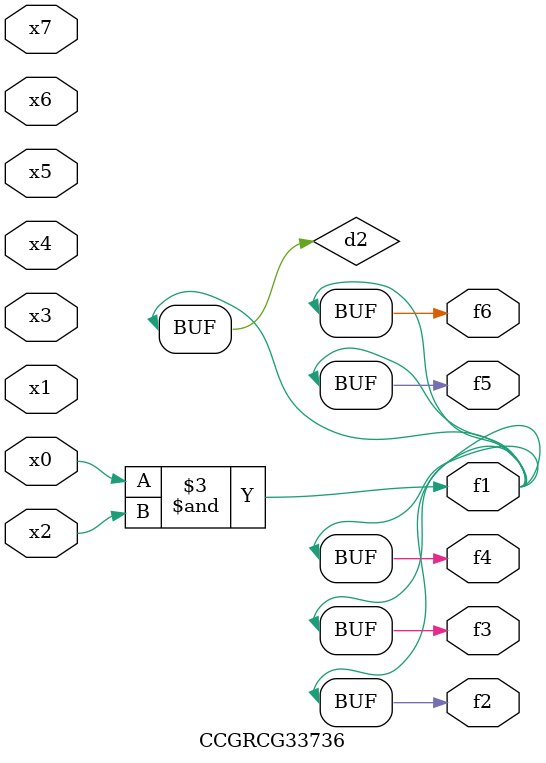
<source format=v>
module CCGRCG33736(
	input x0, x1, x2, x3, x4, x5, x6, x7,
	output f1, f2, f3, f4, f5, f6
);

	wire d1, d2;

	nor (d1, x3, x6);
	and (d2, x0, x2);
	assign f1 = d2;
	assign f2 = d2;
	assign f3 = d2;
	assign f4 = d2;
	assign f5 = d2;
	assign f6 = d2;
endmodule

</source>
